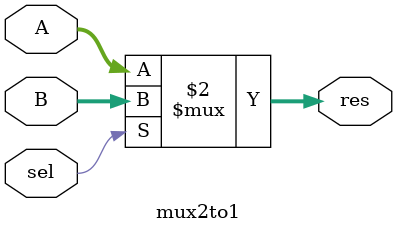
<source format=v>
`timescale 1ns / 1ps

module mux2to1(
    input [31:0]A,
    input [31:0]B,
    input sel,

    output [31:0]res
);
    assign res=(sel==0)?A:B;
endmodule

</source>
